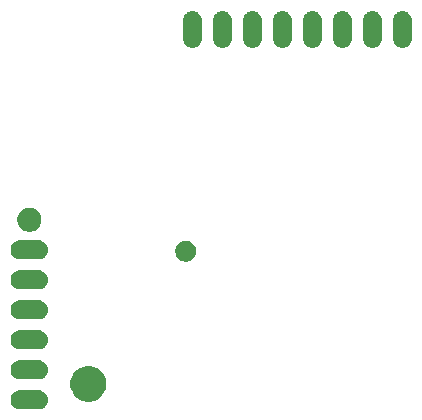
<source format=gbs>
%TF.GenerationSoftware,KiCad,Pcbnew,(5.1.6)-1*%
%TF.CreationDate,2021-11-16T12:50:12-05:00*%
%TF.ProjectId,AmbaSat-1_Satellite,416d6261-5361-4742-9d31-5f536174656c,KiCad_1.0*%
%TF.SameCoordinates,PX7ceeb0cPY74d41b0*%
%TF.FileFunction,Soldermask,Bot*%
%TF.FilePolarity,Negative*%
%FSLAX46Y46*%
G04 Gerber Fmt 4.6, Leading zero omitted, Abs format (unit mm)*
G04 Created by KiCad (PCBNEW (5.1.6)-1) date 2021-11-16 12:50:12*
%MOMM*%
%LPD*%
G01*
G04 APERTURE LIST*
%ADD10C,0.100000*%
G04 APERTURE END LIST*
D10*
G36*
X2921333Y2451040D02*
G01*
X2921336Y2451039D01*
X2921337Y2451039D01*
X3074550Y2404562D01*
X3197520Y2338833D01*
X3215754Y2329087D01*
X3339517Y2227517D01*
X3441087Y2103754D01*
X3441088Y2103752D01*
X3516562Y1962550D01*
X3558285Y1825009D01*
X3563040Y1809333D01*
X3578733Y1650000D01*
X3563040Y1490667D01*
X3563039Y1490664D01*
X3563039Y1490663D01*
X3516562Y1337450D01*
X3516561Y1337449D01*
X3441087Y1196246D01*
X3339517Y1072483D01*
X3215754Y970913D01*
X3215752Y970912D01*
X3074550Y895438D01*
X2921337Y848961D01*
X2921336Y848961D01*
X2921333Y848960D01*
X2801929Y837200D01*
X1198071Y837200D01*
X1078667Y848960D01*
X1078664Y848961D01*
X1078663Y848961D01*
X925450Y895438D01*
X784248Y970912D01*
X784246Y970913D01*
X660483Y1072483D01*
X558913Y1196246D01*
X483439Y1337449D01*
X483438Y1337450D01*
X436961Y1490663D01*
X436961Y1490664D01*
X436960Y1490667D01*
X421267Y1650000D01*
X436960Y1809333D01*
X441715Y1825009D01*
X483438Y1962550D01*
X558912Y2103752D01*
X558913Y2103754D01*
X660483Y2227517D01*
X784246Y2329087D01*
X802480Y2338833D01*
X925450Y2404562D01*
X1078663Y2451039D01*
X1078664Y2451039D01*
X1078667Y2451040D01*
X1198071Y2462800D01*
X2801929Y2462800D01*
X2921333Y2451040D01*
G37*
G36*
X7441239Y4454568D02*
G01*
X7716531Y4340538D01*
X7964291Y4174990D01*
X8174990Y3964291D01*
X8340538Y3716531D01*
X8454568Y3441239D01*
X8512700Y3148988D01*
X8512700Y2851012D01*
X8454568Y2558761D01*
X8340538Y2283469D01*
X8174990Y2035709D01*
X7964291Y1825010D01*
X7716531Y1659462D01*
X7441239Y1545432D01*
X7148988Y1487300D01*
X6851012Y1487300D01*
X6558761Y1545432D01*
X6283469Y1659462D01*
X6035709Y1825010D01*
X5825010Y2035709D01*
X5659462Y2283469D01*
X5545432Y2558761D01*
X5487300Y2851012D01*
X5487300Y3148988D01*
X5545432Y3441239D01*
X5659462Y3716531D01*
X5825010Y3964291D01*
X6035709Y4174990D01*
X6283469Y4340538D01*
X6558761Y4454568D01*
X6851012Y4512700D01*
X7148988Y4512700D01*
X7441239Y4454568D01*
G37*
G36*
X2921333Y4991040D02*
G01*
X2921336Y4991039D01*
X2921337Y4991039D01*
X3074550Y4944562D01*
X3197520Y4878833D01*
X3215754Y4869087D01*
X3339517Y4767517D01*
X3441087Y4643754D01*
X3441088Y4643752D01*
X3516562Y4502550D01*
X3563039Y4349337D01*
X3563040Y4349333D01*
X3578733Y4190000D01*
X3563040Y4030667D01*
X3563039Y4030664D01*
X3563039Y4030663D01*
X3516562Y3877450D01*
X3516561Y3877449D01*
X3441087Y3736246D01*
X3339517Y3612483D01*
X3215754Y3510913D01*
X3215752Y3510912D01*
X3074550Y3435438D01*
X2921337Y3388961D01*
X2921336Y3388961D01*
X2921333Y3388960D01*
X2801929Y3377200D01*
X1198071Y3377200D01*
X1078667Y3388960D01*
X1078664Y3388961D01*
X1078663Y3388961D01*
X925450Y3435438D01*
X784248Y3510912D01*
X784246Y3510913D01*
X660483Y3612483D01*
X558913Y3736246D01*
X483439Y3877449D01*
X483438Y3877450D01*
X436961Y4030663D01*
X436961Y4030664D01*
X436960Y4030667D01*
X421267Y4190000D01*
X436960Y4349333D01*
X436961Y4349337D01*
X483438Y4502550D01*
X558912Y4643752D01*
X558913Y4643754D01*
X660483Y4767517D01*
X784246Y4869087D01*
X802480Y4878833D01*
X925450Y4944562D01*
X1078663Y4991039D01*
X1078664Y4991039D01*
X1078667Y4991040D01*
X1198071Y5002800D01*
X2801929Y5002800D01*
X2921333Y4991040D01*
G37*
G36*
X2921333Y7531040D02*
G01*
X2921336Y7531039D01*
X2921337Y7531039D01*
X3074550Y7484562D01*
X3197520Y7418833D01*
X3215754Y7409087D01*
X3339517Y7307517D01*
X3441087Y7183754D01*
X3441088Y7183752D01*
X3516562Y7042550D01*
X3563039Y6889337D01*
X3563040Y6889333D01*
X3578733Y6730000D01*
X3563040Y6570667D01*
X3563039Y6570664D01*
X3563039Y6570663D01*
X3516562Y6417450D01*
X3516561Y6417449D01*
X3441087Y6276246D01*
X3339517Y6152483D01*
X3215754Y6050913D01*
X3215752Y6050912D01*
X3074550Y5975438D01*
X2921337Y5928961D01*
X2921336Y5928961D01*
X2921333Y5928960D01*
X2801929Y5917200D01*
X1198071Y5917200D01*
X1078667Y5928960D01*
X1078664Y5928961D01*
X1078663Y5928961D01*
X925450Y5975438D01*
X784248Y6050912D01*
X784246Y6050913D01*
X660483Y6152483D01*
X558913Y6276246D01*
X483439Y6417449D01*
X483438Y6417450D01*
X436961Y6570663D01*
X436961Y6570664D01*
X436960Y6570667D01*
X421267Y6730000D01*
X436960Y6889333D01*
X436961Y6889337D01*
X483438Y7042550D01*
X558912Y7183752D01*
X558913Y7183754D01*
X660483Y7307517D01*
X784246Y7409087D01*
X802480Y7418833D01*
X925450Y7484562D01*
X1078663Y7531039D01*
X1078664Y7531039D01*
X1078667Y7531040D01*
X1198071Y7542800D01*
X2801929Y7542800D01*
X2921333Y7531040D01*
G37*
G36*
X2921333Y10071040D02*
G01*
X2921336Y10071039D01*
X2921337Y10071039D01*
X3074550Y10024562D01*
X3197520Y9958833D01*
X3215754Y9949087D01*
X3339517Y9847517D01*
X3441087Y9723754D01*
X3441088Y9723752D01*
X3516562Y9582550D01*
X3563039Y9429337D01*
X3563040Y9429333D01*
X3578733Y9270000D01*
X3563040Y9110667D01*
X3563039Y9110664D01*
X3563039Y9110663D01*
X3516562Y8957450D01*
X3516561Y8957449D01*
X3441087Y8816246D01*
X3339517Y8692483D01*
X3215754Y8590913D01*
X3215752Y8590912D01*
X3074550Y8515438D01*
X2921337Y8468961D01*
X2921336Y8468961D01*
X2921333Y8468960D01*
X2801929Y8457200D01*
X1198071Y8457200D01*
X1078667Y8468960D01*
X1078664Y8468961D01*
X1078663Y8468961D01*
X925450Y8515438D01*
X784248Y8590912D01*
X784246Y8590913D01*
X660483Y8692483D01*
X558913Y8816246D01*
X483439Y8957449D01*
X483438Y8957450D01*
X436961Y9110663D01*
X436961Y9110664D01*
X436960Y9110667D01*
X421267Y9270000D01*
X436960Y9429333D01*
X436961Y9429337D01*
X483438Y9582550D01*
X558912Y9723752D01*
X558913Y9723754D01*
X660483Y9847517D01*
X784246Y9949087D01*
X802480Y9958833D01*
X925450Y10024562D01*
X1078663Y10071039D01*
X1078664Y10071039D01*
X1078667Y10071040D01*
X1198071Y10082800D01*
X2801929Y10082800D01*
X2921333Y10071040D01*
G37*
G36*
X2921333Y12611040D02*
G01*
X2921336Y12611039D01*
X2921337Y12611039D01*
X3074550Y12564562D01*
X3197520Y12498833D01*
X3215754Y12489087D01*
X3339517Y12387517D01*
X3441087Y12263754D01*
X3441088Y12263752D01*
X3516562Y12122550D01*
X3563039Y11969337D01*
X3563040Y11969333D01*
X3578733Y11810000D01*
X3563040Y11650667D01*
X3563039Y11650664D01*
X3563039Y11650663D01*
X3516562Y11497450D01*
X3516561Y11497449D01*
X3441087Y11356246D01*
X3339517Y11232483D01*
X3215754Y11130913D01*
X3215752Y11130912D01*
X3074550Y11055438D01*
X2921337Y11008961D01*
X2921336Y11008961D01*
X2921333Y11008960D01*
X2801929Y10997200D01*
X1198071Y10997200D01*
X1078667Y11008960D01*
X1078664Y11008961D01*
X1078663Y11008961D01*
X925450Y11055438D01*
X784248Y11130912D01*
X784246Y11130913D01*
X660483Y11232483D01*
X558913Y11356246D01*
X483439Y11497449D01*
X483438Y11497450D01*
X436961Y11650663D01*
X436961Y11650664D01*
X436960Y11650667D01*
X421267Y11810000D01*
X436960Y11969333D01*
X436961Y11969337D01*
X483438Y12122550D01*
X558912Y12263752D01*
X558913Y12263754D01*
X660483Y12387517D01*
X784246Y12489087D01*
X802480Y12498833D01*
X925450Y12564562D01*
X1078663Y12611039D01*
X1078664Y12611039D01*
X1078667Y12611040D01*
X1198071Y12622800D01*
X2801929Y12622800D01*
X2921333Y12611040D01*
G37*
G36*
X15499312Y15078836D02*
G01*
X15661097Y15011823D01*
X15806708Y14914528D01*
X15930528Y14790708D01*
X16027823Y14645097D01*
X16094836Y14483312D01*
X16129000Y14311559D01*
X16129000Y14136441D01*
X16094836Y13964688D01*
X16027823Y13802903D01*
X15962663Y13705385D01*
X15939630Y13670913D01*
X15930528Y13657292D01*
X15806708Y13533472D01*
X15661097Y13436177D01*
X15499312Y13369164D01*
X15327559Y13335000D01*
X15152441Y13335000D01*
X14980688Y13369164D01*
X14818903Y13436177D01*
X14673292Y13533472D01*
X14549472Y13657292D01*
X14540371Y13670913D01*
X14517337Y13705385D01*
X14452177Y13802903D01*
X14385164Y13964688D01*
X14351000Y14136441D01*
X14351000Y14311559D01*
X14385164Y14483312D01*
X14452177Y14645097D01*
X14549472Y14790708D01*
X14673292Y14914528D01*
X14818903Y15011823D01*
X14980688Y15078836D01*
X15152441Y15113000D01*
X15327559Y15113000D01*
X15499312Y15078836D01*
G37*
G36*
X2921333Y15151040D02*
G01*
X2921336Y15151039D01*
X2921337Y15151039D01*
X3074550Y15104562D01*
X3197520Y15038833D01*
X3215754Y15029087D01*
X3339517Y14927517D01*
X3441087Y14803754D01*
X3441088Y14803752D01*
X3516562Y14662550D01*
X3521856Y14645097D01*
X3563040Y14509333D01*
X3578733Y14350000D01*
X3563040Y14190667D01*
X3563039Y14190664D01*
X3563039Y14190663D01*
X3516562Y14037450D01*
X3516561Y14037449D01*
X3441087Y13896246D01*
X3339517Y13772483D01*
X3215754Y13670913D01*
X3215752Y13670912D01*
X3074550Y13595438D01*
X2921337Y13548961D01*
X2921336Y13548961D01*
X2921333Y13548960D01*
X2801929Y13537200D01*
X1198071Y13537200D01*
X1078667Y13548960D01*
X1078664Y13548961D01*
X1078663Y13548961D01*
X925450Y13595438D01*
X784248Y13670912D01*
X784246Y13670913D01*
X660483Y13772483D01*
X558913Y13896246D01*
X483439Y14037449D01*
X483438Y14037450D01*
X436961Y14190663D01*
X436961Y14190664D01*
X436960Y14190667D01*
X421267Y14350000D01*
X436960Y14509333D01*
X478144Y14645097D01*
X483438Y14662550D01*
X558912Y14803752D01*
X558913Y14803754D01*
X660483Y14927517D01*
X784246Y15029087D01*
X802480Y15038833D01*
X925450Y15104562D01*
X1078663Y15151039D01*
X1078664Y15151039D01*
X1078667Y15151040D01*
X1198071Y15162800D01*
X2801929Y15162800D01*
X2921333Y15151040D01*
G37*
G36*
X2300061Y17879167D02*
G01*
X2487272Y17801622D01*
X2655758Y17689043D01*
X2799043Y17545758D01*
X2911622Y17377272D01*
X2989167Y17190061D01*
X3028700Y16991318D01*
X3028700Y16788682D01*
X2989167Y16589939D01*
X2911622Y16402728D01*
X2799043Y16234242D01*
X2655758Y16090957D01*
X2487272Y15978378D01*
X2300061Y15900833D01*
X2101318Y15861300D01*
X1898682Y15861300D01*
X1699939Y15900833D01*
X1512728Y15978378D01*
X1344242Y16090957D01*
X1200957Y16234242D01*
X1088378Y16402728D01*
X1010833Y16589939D01*
X971300Y16788682D01*
X971300Y16991318D01*
X1010833Y17190061D01*
X1088378Y17377272D01*
X1200957Y17545758D01*
X1344242Y17689043D01*
X1512728Y17801622D01*
X1699939Y17879167D01*
X1898682Y17918700D01*
X2101318Y17918700D01*
X2300061Y17879167D01*
G37*
G36*
X21049333Y34563040D02*
G01*
X21049336Y34563039D01*
X21049337Y34563039D01*
X21202550Y34516562D01*
X21325520Y34450833D01*
X21343754Y34441087D01*
X21467517Y34339517D01*
X21569087Y34215754D01*
X21569088Y34215752D01*
X21644562Y34074550D01*
X21691039Y33921337D01*
X21691040Y33921333D01*
X21702800Y33801929D01*
X21702800Y32198071D01*
X21691040Y32078667D01*
X21691039Y32078664D01*
X21691039Y32078663D01*
X21644562Y31925450D01*
X21644561Y31925449D01*
X21569087Y31784246D01*
X21467517Y31660483D01*
X21343753Y31558913D01*
X21343751Y31558912D01*
X21202549Y31483438D01*
X21049336Y31436961D01*
X21049335Y31436961D01*
X21049332Y31436960D01*
X20890000Y31421267D01*
X20730667Y31436960D01*
X20730664Y31436961D01*
X20730663Y31436961D01*
X20577450Y31483438D01*
X20436248Y31558912D01*
X20436246Y31558913D01*
X20312483Y31660483D01*
X20210913Y31784247D01*
X20201167Y31802481D01*
X20135438Y31925451D01*
X20088961Y32078664D01*
X20088961Y32078665D01*
X20088960Y32078668D01*
X20077200Y32198072D01*
X20077201Y33801929D01*
X20088961Y33921333D01*
X20088962Y33921337D01*
X20135439Y34074550D01*
X20210913Y34215752D01*
X20210914Y34215754D01*
X20312484Y34339517D01*
X20436247Y34441087D01*
X20454481Y34450833D01*
X20577451Y34516562D01*
X20730664Y34563039D01*
X20730665Y34563039D01*
X20730668Y34563040D01*
X20890000Y34578733D01*
X21049333Y34563040D01*
G37*
G36*
X23589333Y34563040D02*
G01*
X23589336Y34563039D01*
X23589337Y34563039D01*
X23742550Y34516562D01*
X23865520Y34450833D01*
X23883754Y34441087D01*
X24007517Y34339517D01*
X24109087Y34215754D01*
X24109088Y34215752D01*
X24184562Y34074550D01*
X24231039Y33921337D01*
X24231040Y33921333D01*
X24242800Y33801929D01*
X24242800Y32198071D01*
X24231040Y32078667D01*
X24231039Y32078664D01*
X24231039Y32078663D01*
X24184562Y31925450D01*
X24184561Y31925449D01*
X24109087Y31784246D01*
X24007517Y31660483D01*
X23883753Y31558913D01*
X23883751Y31558912D01*
X23742549Y31483438D01*
X23589336Y31436961D01*
X23589335Y31436961D01*
X23589332Y31436960D01*
X23430000Y31421267D01*
X23270667Y31436960D01*
X23270664Y31436961D01*
X23270663Y31436961D01*
X23117450Y31483438D01*
X22976248Y31558912D01*
X22976246Y31558913D01*
X22852483Y31660483D01*
X22750913Y31784247D01*
X22741167Y31802481D01*
X22675438Y31925451D01*
X22628961Y32078664D01*
X22628961Y32078665D01*
X22628960Y32078668D01*
X22617200Y32198072D01*
X22617201Y33801929D01*
X22628961Y33921333D01*
X22628962Y33921337D01*
X22675439Y34074550D01*
X22750913Y34215752D01*
X22750914Y34215754D01*
X22852484Y34339517D01*
X22976247Y34441087D01*
X22994481Y34450833D01*
X23117451Y34516562D01*
X23270664Y34563039D01*
X23270665Y34563039D01*
X23270668Y34563040D01*
X23430000Y34578733D01*
X23589333Y34563040D01*
G37*
G36*
X18509333Y34563040D02*
G01*
X18509336Y34563039D01*
X18509337Y34563039D01*
X18662550Y34516562D01*
X18785520Y34450833D01*
X18803754Y34441087D01*
X18927517Y34339517D01*
X19029087Y34215754D01*
X19029088Y34215752D01*
X19104562Y34074550D01*
X19151039Y33921337D01*
X19151040Y33921333D01*
X19162800Y33801929D01*
X19162800Y32198071D01*
X19151040Y32078667D01*
X19151039Y32078664D01*
X19151039Y32078663D01*
X19104562Y31925450D01*
X19104561Y31925449D01*
X19029087Y31784246D01*
X18927517Y31660483D01*
X18803753Y31558913D01*
X18803751Y31558912D01*
X18662549Y31483438D01*
X18509336Y31436961D01*
X18509335Y31436961D01*
X18509332Y31436960D01*
X18350000Y31421267D01*
X18190667Y31436960D01*
X18190664Y31436961D01*
X18190663Y31436961D01*
X18037450Y31483438D01*
X17896248Y31558912D01*
X17896246Y31558913D01*
X17772483Y31660483D01*
X17670913Y31784247D01*
X17661167Y31802481D01*
X17595438Y31925451D01*
X17548961Y32078664D01*
X17548961Y32078665D01*
X17548960Y32078668D01*
X17537200Y32198072D01*
X17537201Y33801929D01*
X17548961Y33921333D01*
X17548962Y33921337D01*
X17595439Y34074550D01*
X17670913Y34215752D01*
X17670914Y34215754D01*
X17772484Y34339517D01*
X17896247Y34441087D01*
X17914481Y34450833D01*
X18037451Y34516562D01*
X18190664Y34563039D01*
X18190665Y34563039D01*
X18190668Y34563040D01*
X18350000Y34578733D01*
X18509333Y34563040D01*
G37*
G36*
X15969333Y34563040D02*
G01*
X15969336Y34563039D01*
X15969337Y34563039D01*
X16122550Y34516562D01*
X16245520Y34450833D01*
X16263754Y34441087D01*
X16387517Y34339517D01*
X16489087Y34215754D01*
X16489088Y34215752D01*
X16564562Y34074550D01*
X16611039Y33921337D01*
X16611040Y33921333D01*
X16622800Y33801929D01*
X16622800Y32198071D01*
X16611040Y32078667D01*
X16611039Y32078664D01*
X16611039Y32078663D01*
X16564562Y31925450D01*
X16564561Y31925449D01*
X16489087Y31784246D01*
X16387517Y31660483D01*
X16263753Y31558913D01*
X16263751Y31558912D01*
X16122549Y31483438D01*
X15969336Y31436961D01*
X15969335Y31436961D01*
X15969332Y31436960D01*
X15810000Y31421267D01*
X15650667Y31436960D01*
X15650664Y31436961D01*
X15650663Y31436961D01*
X15497450Y31483438D01*
X15356248Y31558912D01*
X15356246Y31558913D01*
X15232483Y31660483D01*
X15130913Y31784247D01*
X15121167Y31802481D01*
X15055438Y31925451D01*
X15008961Y32078664D01*
X15008961Y32078665D01*
X15008960Y32078668D01*
X14997200Y32198072D01*
X14997201Y33801929D01*
X15008961Y33921333D01*
X15008962Y33921337D01*
X15055439Y34074550D01*
X15130913Y34215752D01*
X15130914Y34215754D01*
X15232484Y34339517D01*
X15356247Y34441087D01*
X15374481Y34450833D01*
X15497451Y34516562D01*
X15650664Y34563039D01*
X15650665Y34563039D01*
X15650668Y34563040D01*
X15810000Y34578733D01*
X15969333Y34563040D01*
G37*
G36*
X33749333Y34563040D02*
G01*
X33749336Y34563039D01*
X33749337Y34563039D01*
X33902550Y34516562D01*
X34025520Y34450833D01*
X34043754Y34441087D01*
X34167517Y34339517D01*
X34269087Y34215754D01*
X34269088Y34215752D01*
X34344562Y34074550D01*
X34391039Y33921337D01*
X34391040Y33921333D01*
X34402800Y33801929D01*
X34402800Y32198071D01*
X34391040Y32078667D01*
X34391039Y32078664D01*
X34391039Y32078663D01*
X34344562Y31925450D01*
X34344561Y31925449D01*
X34269087Y31784246D01*
X34167517Y31660483D01*
X34043753Y31558913D01*
X34043751Y31558912D01*
X33902549Y31483438D01*
X33749336Y31436961D01*
X33749335Y31436961D01*
X33749332Y31436960D01*
X33590000Y31421267D01*
X33430667Y31436960D01*
X33430664Y31436961D01*
X33430663Y31436961D01*
X33277450Y31483438D01*
X33136248Y31558912D01*
X33136246Y31558913D01*
X33012483Y31660483D01*
X32910913Y31784247D01*
X32901167Y31802481D01*
X32835438Y31925451D01*
X32788961Y32078664D01*
X32788961Y32078665D01*
X32788960Y32078668D01*
X32777200Y32198072D01*
X32777201Y33801929D01*
X32788961Y33921333D01*
X32788962Y33921337D01*
X32835439Y34074550D01*
X32910913Y34215752D01*
X32910914Y34215754D01*
X33012484Y34339517D01*
X33136247Y34441087D01*
X33154481Y34450833D01*
X33277451Y34516562D01*
X33430664Y34563039D01*
X33430665Y34563039D01*
X33430668Y34563040D01*
X33590000Y34578733D01*
X33749333Y34563040D01*
G37*
G36*
X31209333Y34563040D02*
G01*
X31209336Y34563039D01*
X31209337Y34563039D01*
X31362550Y34516562D01*
X31485520Y34450833D01*
X31503754Y34441087D01*
X31627517Y34339517D01*
X31729087Y34215754D01*
X31729088Y34215752D01*
X31804562Y34074550D01*
X31851039Y33921337D01*
X31851040Y33921333D01*
X31862800Y33801929D01*
X31862800Y32198071D01*
X31851040Y32078667D01*
X31851039Y32078664D01*
X31851039Y32078663D01*
X31804562Y31925450D01*
X31804561Y31925449D01*
X31729087Y31784246D01*
X31627517Y31660483D01*
X31503753Y31558913D01*
X31503751Y31558912D01*
X31362549Y31483438D01*
X31209336Y31436961D01*
X31209335Y31436961D01*
X31209332Y31436960D01*
X31050000Y31421267D01*
X30890667Y31436960D01*
X30890664Y31436961D01*
X30890663Y31436961D01*
X30737450Y31483438D01*
X30596248Y31558912D01*
X30596246Y31558913D01*
X30472483Y31660483D01*
X30370913Y31784247D01*
X30361167Y31802481D01*
X30295438Y31925451D01*
X30248961Y32078664D01*
X30248961Y32078665D01*
X30248960Y32078668D01*
X30237200Y32198072D01*
X30237201Y33801929D01*
X30248961Y33921333D01*
X30248962Y33921337D01*
X30295439Y34074550D01*
X30370913Y34215752D01*
X30370914Y34215754D01*
X30472484Y34339517D01*
X30596247Y34441087D01*
X30614481Y34450833D01*
X30737451Y34516562D01*
X30890664Y34563039D01*
X30890665Y34563039D01*
X30890668Y34563040D01*
X31050000Y34578733D01*
X31209333Y34563040D01*
G37*
G36*
X28669333Y34563040D02*
G01*
X28669336Y34563039D01*
X28669337Y34563039D01*
X28822550Y34516562D01*
X28945520Y34450833D01*
X28963754Y34441087D01*
X29087517Y34339517D01*
X29189087Y34215754D01*
X29189088Y34215752D01*
X29264562Y34074550D01*
X29311039Y33921337D01*
X29311040Y33921333D01*
X29322800Y33801929D01*
X29322800Y32198071D01*
X29311040Y32078667D01*
X29311039Y32078664D01*
X29311039Y32078663D01*
X29264562Y31925450D01*
X29264561Y31925449D01*
X29189087Y31784246D01*
X29087517Y31660483D01*
X28963753Y31558913D01*
X28963751Y31558912D01*
X28822549Y31483438D01*
X28669336Y31436961D01*
X28669335Y31436961D01*
X28669332Y31436960D01*
X28510000Y31421267D01*
X28350667Y31436960D01*
X28350664Y31436961D01*
X28350663Y31436961D01*
X28197450Y31483438D01*
X28056248Y31558912D01*
X28056246Y31558913D01*
X27932483Y31660483D01*
X27830913Y31784247D01*
X27821167Y31802481D01*
X27755438Y31925451D01*
X27708961Y32078664D01*
X27708961Y32078665D01*
X27708960Y32078668D01*
X27697200Y32198072D01*
X27697201Y33801929D01*
X27708961Y33921333D01*
X27708962Y33921337D01*
X27755439Y34074550D01*
X27830913Y34215752D01*
X27830914Y34215754D01*
X27932484Y34339517D01*
X28056247Y34441087D01*
X28074481Y34450833D01*
X28197451Y34516562D01*
X28350664Y34563039D01*
X28350665Y34563039D01*
X28350668Y34563040D01*
X28510000Y34578733D01*
X28669333Y34563040D01*
G37*
G36*
X26129333Y34563040D02*
G01*
X26129336Y34563039D01*
X26129337Y34563039D01*
X26282550Y34516562D01*
X26405520Y34450833D01*
X26423754Y34441087D01*
X26547517Y34339517D01*
X26649087Y34215754D01*
X26649088Y34215752D01*
X26724562Y34074550D01*
X26771039Y33921337D01*
X26771040Y33921333D01*
X26782800Y33801929D01*
X26782800Y32198071D01*
X26771040Y32078667D01*
X26771039Y32078664D01*
X26771039Y32078663D01*
X26724562Y31925450D01*
X26724561Y31925449D01*
X26649087Y31784246D01*
X26547517Y31660483D01*
X26423753Y31558913D01*
X26423751Y31558912D01*
X26282549Y31483438D01*
X26129336Y31436961D01*
X26129335Y31436961D01*
X26129332Y31436960D01*
X25970000Y31421267D01*
X25810667Y31436960D01*
X25810664Y31436961D01*
X25810663Y31436961D01*
X25657450Y31483438D01*
X25516248Y31558912D01*
X25516246Y31558913D01*
X25392483Y31660483D01*
X25290913Y31784247D01*
X25281167Y31802481D01*
X25215438Y31925451D01*
X25168961Y32078664D01*
X25168961Y32078665D01*
X25168960Y32078668D01*
X25157200Y32198072D01*
X25157201Y33801929D01*
X25168961Y33921333D01*
X25168962Y33921337D01*
X25215439Y34074550D01*
X25290913Y34215752D01*
X25290914Y34215754D01*
X25392484Y34339517D01*
X25516247Y34441087D01*
X25534481Y34450833D01*
X25657451Y34516562D01*
X25810664Y34563039D01*
X25810665Y34563039D01*
X25810668Y34563040D01*
X25970000Y34578733D01*
X26129333Y34563040D01*
G37*
M02*

</source>
